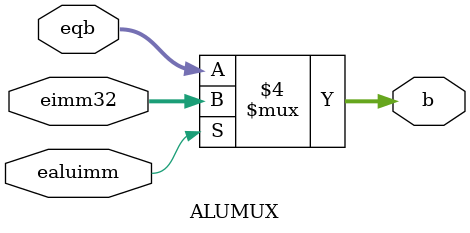
<source format=v>
`timescale 1ns / 1ps


module ALUMUX(
    input [31:0] eqb, // input eqb, 32 bits
    input [31:0] eimm32, // input eimm32, 32 bits
    input ealuimm, // input ealuimm, 1 bit
    
    output reg [31:0] b // output b, 32 bits
);
    always @(*)
    begin
        if (ealuimm == 1'b0) // if ealuimm = 0, then use eqb for output
            b <= eqb;
        else                    // if ealuimm = 1, then use eimm32 for output
            b <= eimm32;
    end
    
endmodule

</source>
